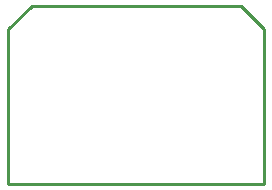
<source format=gbr>
G04 EAGLE Gerber RS-274X export*
G75*
%MOMM*%
%FSLAX34Y34*%
%LPD*%
%IN*%
%IPPOS*%
%AMOC8*
5,1,8,0,0,1.08239X$1,22.5*%
G01*
G04 Define Apertures*
%ADD10C,0.254000*%
D10*
X-108104Y-72191D02*
X108892Y-72191D01*
X108892Y58809D01*
X88892Y78809D01*
X-88104Y78809D01*
X-108104Y58809D01*
X-108104Y-72191D01*
M02*

</source>
